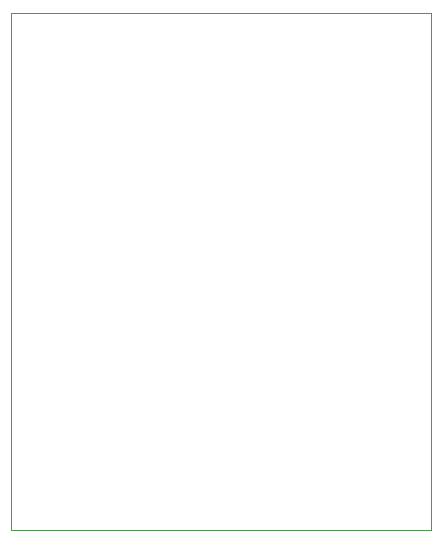
<source format=gbr>
%TF.GenerationSoftware,KiCad,Pcbnew,6.0.0*%
%TF.CreationDate,2022-01-08T01:51:51+01:00*%
%TF.ProjectId,sonars,736f6e61-7273-42e6-9b69-6361645f7063,0.1.0*%
%TF.SameCoordinates,Original*%
%TF.FileFunction,Profile,NP*%
%FSLAX46Y46*%
G04 Gerber Fmt 4.6, Leading zero omitted, Abs format (unit mm)*
G04 Created by KiCad (PCBNEW 6.0.0) date 2022-01-08 01:51:51*
%MOMM*%
%LPD*%
G01*
G04 APERTURE LIST*
%TA.AperFunction,Profile*%
%ADD10C,0.100000*%
%TD*%
G04 APERTURE END LIST*
D10*
X57140000Y-69850000D02*
X92710000Y-69850000D01*
X92710000Y-69850000D02*
X92710000Y-113665000D01*
X92710000Y-113665000D02*
X57140000Y-113665000D01*
X57140000Y-113665000D02*
X57140000Y-69850000D01*
M02*

</source>
